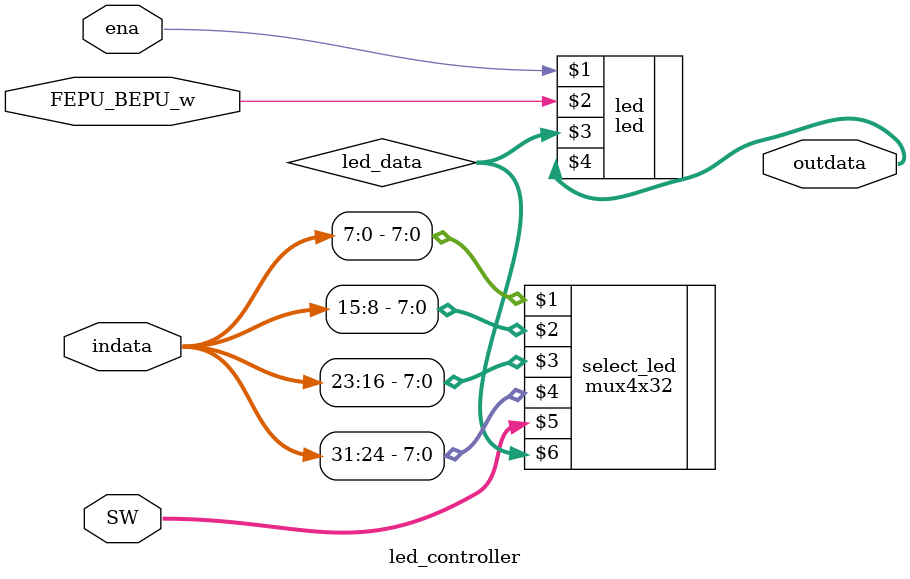
<source format=v>
`timescale 1ns / 1ps
module led_controller(
		input ena,
		input [1:0] SW,
		input FEPU_BEPU_w,
		input [31:0] indata,
		output[7:0] outdata
    );

wire [7:0] led_data;
led led(ena, FEPU_BEPU_w, led_data, outdata); //led_data
//led led(1'b1, 1'b1, led_data, outdata); //led_data
mux4x32 #(8) select_led(indata[7:0], indata[15:8], indata[23:16], indata[31:24], SW, led_data);

endmodule

</source>
